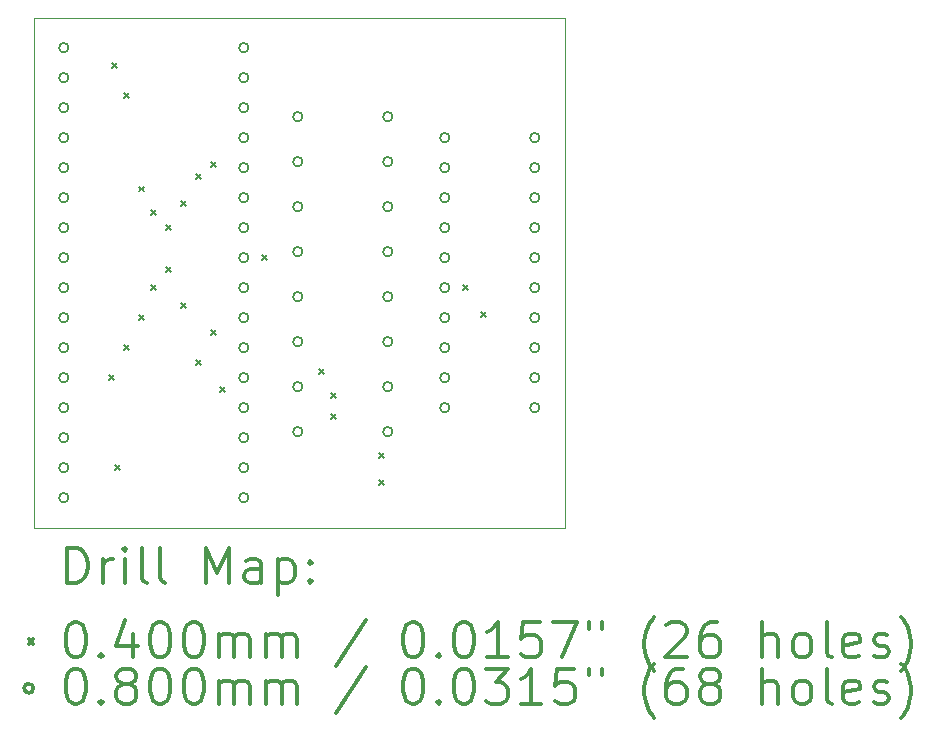
<source format=gbr>
%FSLAX45Y45*%
G04 Gerber Fmt 4.5, Leading zero omitted, Abs format (unit mm)*
G04 Created by KiCad (PCBNEW 5.1.12-84ad8e8a86~92~ubuntu20.04.1) date 2022-09-18 19:08:10*
%MOMM*%
%LPD*%
G01*
G04 APERTURE LIST*
%TA.AperFunction,Profile*%
%ADD10C,0.050000*%
%TD*%
%ADD11C,0.200000*%
%ADD12C,0.300000*%
G04 APERTURE END LIST*
D10*
X11379200Y-11607800D02*
X11379200Y-7289800D01*
X15875000Y-11607800D02*
X11379200Y-11607800D01*
X15875000Y-7289800D02*
X15875000Y-11607800D01*
X11379200Y-7289800D02*
X15875000Y-7289800D01*
D11*
X12019600Y-10317800D02*
X12059600Y-10357800D01*
X12059600Y-10317800D02*
X12019600Y-10357800D01*
X12045000Y-7676200D02*
X12085000Y-7716200D01*
X12085000Y-7676200D02*
X12045000Y-7716200D01*
X12070400Y-11079800D02*
X12110400Y-11119800D01*
X12110400Y-11079800D02*
X12070400Y-11119800D01*
X12146600Y-7930200D02*
X12186600Y-7970200D01*
X12186600Y-7930200D02*
X12146600Y-7970200D01*
X12146600Y-10063800D02*
X12186600Y-10103800D01*
X12186600Y-10063800D02*
X12146600Y-10103800D01*
X12273600Y-8721300D02*
X12313600Y-8761300D01*
X12313600Y-8721300D02*
X12273600Y-8761300D01*
X12273600Y-9809800D02*
X12313600Y-9849800D01*
X12313600Y-9809800D02*
X12273600Y-9849800D01*
X12375200Y-8920800D02*
X12415200Y-8960800D01*
X12415200Y-8920800D02*
X12375200Y-8960800D01*
X12375200Y-9555800D02*
X12415200Y-9595800D01*
X12415200Y-9555800D02*
X12375200Y-9595800D01*
X12502200Y-9047800D02*
X12542200Y-9087800D01*
X12542200Y-9047800D02*
X12502200Y-9087800D01*
X12502200Y-9403400D02*
X12542200Y-9443400D01*
X12542200Y-9403400D02*
X12502200Y-9443400D01*
X12629200Y-8844600D02*
X12669200Y-8884600D01*
X12669200Y-8844600D02*
X12629200Y-8884600D01*
X12629200Y-9708200D02*
X12669200Y-9748200D01*
X12669200Y-9708200D02*
X12629200Y-9748200D01*
X12756200Y-8616000D02*
X12796200Y-8656000D01*
X12796200Y-8616000D02*
X12756200Y-8656000D01*
X12756200Y-10190800D02*
X12796200Y-10230800D01*
X12796200Y-10190800D02*
X12756200Y-10230800D01*
X12883200Y-8514400D02*
X12923200Y-8554400D01*
X12923200Y-8514400D02*
X12883200Y-8554400D01*
X12883200Y-9936800D02*
X12923200Y-9976800D01*
X12923200Y-9936800D02*
X12883200Y-9976800D01*
X12959400Y-10419400D02*
X12999400Y-10459400D01*
X12999400Y-10419400D02*
X12959400Y-10459400D01*
X13315000Y-9301800D02*
X13355000Y-9341800D01*
X13355000Y-9301800D02*
X13315000Y-9341800D01*
X13797600Y-10267000D02*
X13837600Y-10307000D01*
X13837600Y-10267000D02*
X13797600Y-10307000D01*
X13899200Y-10470200D02*
X13939200Y-10510200D01*
X13939200Y-10470200D02*
X13899200Y-10510200D01*
X13899200Y-10648000D02*
X13939200Y-10688000D01*
X13939200Y-10648000D02*
X13899200Y-10688000D01*
X14305600Y-10978200D02*
X14345600Y-11018200D01*
X14345600Y-10978200D02*
X14305600Y-11018200D01*
X14305600Y-11206800D02*
X14345600Y-11246800D01*
X14345600Y-11206800D02*
X14305600Y-11246800D01*
X15016800Y-9555800D02*
X15056800Y-9595800D01*
X15056800Y-9555800D02*
X15016800Y-9595800D01*
X15169200Y-9784400D02*
X15209200Y-9824400D01*
X15209200Y-9784400D02*
X15169200Y-9824400D01*
X11673200Y-7543800D02*
G75*
G03*
X11673200Y-7543800I-40000J0D01*
G01*
X11673200Y-7797800D02*
G75*
G03*
X11673200Y-7797800I-40000J0D01*
G01*
X11673200Y-8051800D02*
G75*
G03*
X11673200Y-8051800I-40000J0D01*
G01*
X11673200Y-8305800D02*
G75*
G03*
X11673200Y-8305800I-40000J0D01*
G01*
X11673200Y-8559800D02*
G75*
G03*
X11673200Y-8559800I-40000J0D01*
G01*
X11673200Y-8813800D02*
G75*
G03*
X11673200Y-8813800I-40000J0D01*
G01*
X11673200Y-9067800D02*
G75*
G03*
X11673200Y-9067800I-40000J0D01*
G01*
X11673200Y-9321800D02*
G75*
G03*
X11673200Y-9321800I-40000J0D01*
G01*
X11673200Y-9575800D02*
G75*
G03*
X11673200Y-9575800I-40000J0D01*
G01*
X11673200Y-9829800D02*
G75*
G03*
X11673200Y-9829800I-40000J0D01*
G01*
X11673200Y-10083800D02*
G75*
G03*
X11673200Y-10083800I-40000J0D01*
G01*
X11673200Y-10337800D02*
G75*
G03*
X11673200Y-10337800I-40000J0D01*
G01*
X11673200Y-10591800D02*
G75*
G03*
X11673200Y-10591800I-40000J0D01*
G01*
X11673200Y-10845800D02*
G75*
G03*
X11673200Y-10845800I-40000J0D01*
G01*
X11673200Y-11099800D02*
G75*
G03*
X11673200Y-11099800I-40000J0D01*
G01*
X11673200Y-11353800D02*
G75*
G03*
X11673200Y-11353800I-40000J0D01*
G01*
X13197200Y-7543800D02*
G75*
G03*
X13197200Y-7543800I-40000J0D01*
G01*
X13197200Y-7797800D02*
G75*
G03*
X13197200Y-7797800I-40000J0D01*
G01*
X13197200Y-8051800D02*
G75*
G03*
X13197200Y-8051800I-40000J0D01*
G01*
X13197200Y-8305800D02*
G75*
G03*
X13197200Y-8305800I-40000J0D01*
G01*
X13197200Y-8559800D02*
G75*
G03*
X13197200Y-8559800I-40000J0D01*
G01*
X13197200Y-8813800D02*
G75*
G03*
X13197200Y-8813800I-40000J0D01*
G01*
X13197200Y-9067800D02*
G75*
G03*
X13197200Y-9067800I-40000J0D01*
G01*
X13197200Y-9321800D02*
G75*
G03*
X13197200Y-9321800I-40000J0D01*
G01*
X13197200Y-9575800D02*
G75*
G03*
X13197200Y-9575800I-40000J0D01*
G01*
X13197200Y-9829800D02*
G75*
G03*
X13197200Y-9829800I-40000J0D01*
G01*
X13197200Y-10083800D02*
G75*
G03*
X13197200Y-10083800I-40000J0D01*
G01*
X13197200Y-10337800D02*
G75*
G03*
X13197200Y-10337800I-40000J0D01*
G01*
X13197200Y-10591800D02*
G75*
G03*
X13197200Y-10591800I-40000J0D01*
G01*
X13197200Y-10845800D02*
G75*
G03*
X13197200Y-10845800I-40000J0D01*
G01*
X13197200Y-11099800D02*
G75*
G03*
X13197200Y-11099800I-40000J0D01*
G01*
X13197200Y-11353800D02*
G75*
G03*
X13197200Y-11353800I-40000J0D01*
G01*
X13654400Y-8128000D02*
G75*
G03*
X13654400Y-8128000I-40000J0D01*
G01*
X13654400Y-8509000D02*
G75*
G03*
X13654400Y-8509000I-40000J0D01*
G01*
X13654400Y-8890000D02*
G75*
G03*
X13654400Y-8890000I-40000J0D01*
G01*
X13654400Y-9271000D02*
G75*
G03*
X13654400Y-9271000I-40000J0D01*
G01*
X13654400Y-9652000D02*
G75*
G03*
X13654400Y-9652000I-40000J0D01*
G01*
X13654400Y-10033000D02*
G75*
G03*
X13654400Y-10033000I-40000J0D01*
G01*
X13654400Y-10414000D02*
G75*
G03*
X13654400Y-10414000I-40000J0D01*
G01*
X13654400Y-10795000D02*
G75*
G03*
X13654400Y-10795000I-40000J0D01*
G01*
X14416400Y-8128000D02*
G75*
G03*
X14416400Y-8128000I-40000J0D01*
G01*
X14416400Y-8509000D02*
G75*
G03*
X14416400Y-8509000I-40000J0D01*
G01*
X14416400Y-8890000D02*
G75*
G03*
X14416400Y-8890000I-40000J0D01*
G01*
X14416400Y-9271000D02*
G75*
G03*
X14416400Y-9271000I-40000J0D01*
G01*
X14416400Y-9652000D02*
G75*
G03*
X14416400Y-9652000I-40000J0D01*
G01*
X14416400Y-10033000D02*
G75*
G03*
X14416400Y-10033000I-40000J0D01*
G01*
X14416400Y-10414000D02*
G75*
G03*
X14416400Y-10414000I-40000J0D01*
G01*
X14416400Y-10795000D02*
G75*
G03*
X14416400Y-10795000I-40000J0D01*
G01*
X14899000Y-8305800D02*
G75*
G03*
X14899000Y-8305800I-40000J0D01*
G01*
X14899000Y-8559800D02*
G75*
G03*
X14899000Y-8559800I-40000J0D01*
G01*
X14899000Y-8813800D02*
G75*
G03*
X14899000Y-8813800I-40000J0D01*
G01*
X14899000Y-9067800D02*
G75*
G03*
X14899000Y-9067800I-40000J0D01*
G01*
X14899000Y-9321800D02*
G75*
G03*
X14899000Y-9321800I-40000J0D01*
G01*
X14899000Y-9575800D02*
G75*
G03*
X14899000Y-9575800I-40000J0D01*
G01*
X14899000Y-9829800D02*
G75*
G03*
X14899000Y-9829800I-40000J0D01*
G01*
X14899000Y-10083800D02*
G75*
G03*
X14899000Y-10083800I-40000J0D01*
G01*
X14899000Y-10337800D02*
G75*
G03*
X14899000Y-10337800I-40000J0D01*
G01*
X14899000Y-10591800D02*
G75*
G03*
X14899000Y-10591800I-40000J0D01*
G01*
X15661000Y-8305800D02*
G75*
G03*
X15661000Y-8305800I-40000J0D01*
G01*
X15661000Y-8559800D02*
G75*
G03*
X15661000Y-8559800I-40000J0D01*
G01*
X15661000Y-8813800D02*
G75*
G03*
X15661000Y-8813800I-40000J0D01*
G01*
X15661000Y-9067800D02*
G75*
G03*
X15661000Y-9067800I-40000J0D01*
G01*
X15661000Y-9321800D02*
G75*
G03*
X15661000Y-9321800I-40000J0D01*
G01*
X15661000Y-9575800D02*
G75*
G03*
X15661000Y-9575800I-40000J0D01*
G01*
X15661000Y-9829800D02*
G75*
G03*
X15661000Y-9829800I-40000J0D01*
G01*
X15661000Y-10083800D02*
G75*
G03*
X15661000Y-10083800I-40000J0D01*
G01*
X15661000Y-10337800D02*
G75*
G03*
X15661000Y-10337800I-40000J0D01*
G01*
X15661000Y-10591800D02*
G75*
G03*
X15661000Y-10591800I-40000J0D01*
G01*
D12*
X11663128Y-12076014D02*
X11663128Y-11776014D01*
X11734557Y-11776014D01*
X11777414Y-11790300D01*
X11805986Y-11818871D01*
X11820271Y-11847443D01*
X11834557Y-11904586D01*
X11834557Y-11947443D01*
X11820271Y-12004586D01*
X11805986Y-12033157D01*
X11777414Y-12061729D01*
X11734557Y-12076014D01*
X11663128Y-12076014D01*
X11963128Y-12076014D02*
X11963128Y-11876014D01*
X11963128Y-11933157D02*
X11977414Y-11904586D01*
X11991700Y-11890300D01*
X12020271Y-11876014D01*
X12048843Y-11876014D01*
X12148843Y-12076014D02*
X12148843Y-11876014D01*
X12148843Y-11776014D02*
X12134557Y-11790300D01*
X12148843Y-11804586D01*
X12163128Y-11790300D01*
X12148843Y-11776014D01*
X12148843Y-11804586D01*
X12334557Y-12076014D02*
X12305986Y-12061729D01*
X12291700Y-12033157D01*
X12291700Y-11776014D01*
X12491700Y-12076014D02*
X12463128Y-12061729D01*
X12448843Y-12033157D01*
X12448843Y-11776014D01*
X12834557Y-12076014D02*
X12834557Y-11776014D01*
X12934557Y-11990300D01*
X13034557Y-11776014D01*
X13034557Y-12076014D01*
X13305986Y-12076014D02*
X13305986Y-11918871D01*
X13291700Y-11890300D01*
X13263128Y-11876014D01*
X13205986Y-11876014D01*
X13177414Y-11890300D01*
X13305986Y-12061729D02*
X13277414Y-12076014D01*
X13205986Y-12076014D01*
X13177414Y-12061729D01*
X13163128Y-12033157D01*
X13163128Y-12004586D01*
X13177414Y-11976014D01*
X13205986Y-11961729D01*
X13277414Y-11961729D01*
X13305986Y-11947443D01*
X13448843Y-11876014D02*
X13448843Y-12176014D01*
X13448843Y-11890300D02*
X13477414Y-11876014D01*
X13534557Y-11876014D01*
X13563128Y-11890300D01*
X13577414Y-11904586D01*
X13591700Y-11933157D01*
X13591700Y-12018871D01*
X13577414Y-12047443D01*
X13563128Y-12061729D01*
X13534557Y-12076014D01*
X13477414Y-12076014D01*
X13448843Y-12061729D01*
X13720271Y-12047443D02*
X13734557Y-12061729D01*
X13720271Y-12076014D01*
X13705986Y-12061729D01*
X13720271Y-12047443D01*
X13720271Y-12076014D01*
X13720271Y-11890300D02*
X13734557Y-11904586D01*
X13720271Y-11918871D01*
X13705986Y-11904586D01*
X13720271Y-11890300D01*
X13720271Y-11918871D01*
X11336700Y-12550300D02*
X11376700Y-12590300D01*
X11376700Y-12550300D02*
X11336700Y-12590300D01*
X11720271Y-12406014D02*
X11748843Y-12406014D01*
X11777414Y-12420300D01*
X11791700Y-12434586D01*
X11805986Y-12463157D01*
X11820271Y-12520300D01*
X11820271Y-12591729D01*
X11805986Y-12648871D01*
X11791700Y-12677443D01*
X11777414Y-12691729D01*
X11748843Y-12706014D01*
X11720271Y-12706014D01*
X11691700Y-12691729D01*
X11677414Y-12677443D01*
X11663128Y-12648871D01*
X11648843Y-12591729D01*
X11648843Y-12520300D01*
X11663128Y-12463157D01*
X11677414Y-12434586D01*
X11691700Y-12420300D01*
X11720271Y-12406014D01*
X11948843Y-12677443D02*
X11963128Y-12691729D01*
X11948843Y-12706014D01*
X11934557Y-12691729D01*
X11948843Y-12677443D01*
X11948843Y-12706014D01*
X12220271Y-12506014D02*
X12220271Y-12706014D01*
X12148843Y-12391729D02*
X12077414Y-12606014D01*
X12263128Y-12606014D01*
X12434557Y-12406014D02*
X12463128Y-12406014D01*
X12491700Y-12420300D01*
X12505986Y-12434586D01*
X12520271Y-12463157D01*
X12534557Y-12520300D01*
X12534557Y-12591729D01*
X12520271Y-12648871D01*
X12505986Y-12677443D01*
X12491700Y-12691729D01*
X12463128Y-12706014D01*
X12434557Y-12706014D01*
X12405986Y-12691729D01*
X12391700Y-12677443D01*
X12377414Y-12648871D01*
X12363128Y-12591729D01*
X12363128Y-12520300D01*
X12377414Y-12463157D01*
X12391700Y-12434586D01*
X12405986Y-12420300D01*
X12434557Y-12406014D01*
X12720271Y-12406014D02*
X12748843Y-12406014D01*
X12777414Y-12420300D01*
X12791700Y-12434586D01*
X12805986Y-12463157D01*
X12820271Y-12520300D01*
X12820271Y-12591729D01*
X12805986Y-12648871D01*
X12791700Y-12677443D01*
X12777414Y-12691729D01*
X12748843Y-12706014D01*
X12720271Y-12706014D01*
X12691700Y-12691729D01*
X12677414Y-12677443D01*
X12663128Y-12648871D01*
X12648843Y-12591729D01*
X12648843Y-12520300D01*
X12663128Y-12463157D01*
X12677414Y-12434586D01*
X12691700Y-12420300D01*
X12720271Y-12406014D01*
X12948843Y-12706014D02*
X12948843Y-12506014D01*
X12948843Y-12534586D02*
X12963128Y-12520300D01*
X12991700Y-12506014D01*
X13034557Y-12506014D01*
X13063128Y-12520300D01*
X13077414Y-12548871D01*
X13077414Y-12706014D01*
X13077414Y-12548871D02*
X13091700Y-12520300D01*
X13120271Y-12506014D01*
X13163128Y-12506014D01*
X13191700Y-12520300D01*
X13205986Y-12548871D01*
X13205986Y-12706014D01*
X13348843Y-12706014D02*
X13348843Y-12506014D01*
X13348843Y-12534586D02*
X13363128Y-12520300D01*
X13391700Y-12506014D01*
X13434557Y-12506014D01*
X13463128Y-12520300D01*
X13477414Y-12548871D01*
X13477414Y-12706014D01*
X13477414Y-12548871D02*
X13491700Y-12520300D01*
X13520271Y-12506014D01*
X13563128Y-12506014D01*
X13591700Y-12520300D01*
X13605986Y-12548871D01*
X13605986Y-12706014D01*
X14191700Y-12391729D02*
X13934557Y-12777443D01*
X14577414Y-12406014D02*
X14605986Y-12406014D01*
X14634557Y-12420300D01*
X14648843Y-12434586D01*
X14663128Y-12463157D01*
X14677414Y-12520300D01*
X14677414Y-12591729D01*
X14663128Y-12648871D01*
X14648843Y-12677443D01*
X14634557Y-12691729D01*
X14605986Y-12706014D01*
X14577414Y-12706014D01*
X14548843Y-12691729D01*
X14534557Y-12677443D01*
X14520271Y-12648871D01*
X14505986Y-12591729D01*
X14505986Y-12520300D01*
X14520271Y-12463157D01*
X14534557Y-12434586D01*
X14548843Y-12420300D01*
X14577414Y-12406014D01*
X14805986Y-12677443D02*
X14820271Y-12691729D01*
X14805986Y-12706014D01*
X14791700Y-12691729D01*
X14805986Y-12677443D01*
X14805986Y-12706014D01*
X15005986Y-12406014D02*
X15034557Y-12406014D01*
X15063128Y-12420300D01*
X15077414Y-12434586D01*
X15091700Y-12463157D01*
X15105986Y-12520300D01*
X15105986Y-12591729D01*
X15091700Y-12648871D01*
X15077414Y-12677443D01*
X15063128Y-12691729D01*
X15034557Y-12706014D01*
X15005986Y-12706014D01*
X14977414Y-12691729D01*
X14963128Y-12677443D01*
X14948843Y-12648871D01*
X14934557Y-12591729D01*
X14934557Y-12520300D01*
X14948843Y-12463157D01*
X14963128Y-12434586D01*
X14977414Y-12420300D01*
X15005986Y-12406014D01*
X15391700Y-12706014D02*
X15220271Y-12706014D01*
X15305986Y-12706014D02*
X15305986Y-12406014D01*
X15277414Y-12448871D01*
X15248843Y-12477443D01*
X15220271Y-12491729D01*
X15663128Y-12406014D02*
X15520271Y-12406014D01*
X15505986Y-12548871D01*
X15520271Y-12534586D01*
X15548843Y-12520300D01*
X15620271Y-12520300D01*
X15648843Y-12534586D01*
X15663128Y-12548871D01*
X15677414Y-12577443D01*
X15677414Y-12648871D01*
X15663128Y-12677443D01*
X15648843Y-12691729D01*
X15620271Y-12706014D01*
X15548843Y-12706014D01*
X15520271Y-12691729D01*
X15505986Y-12677443D01*
X15777414Y-12406014D02*
X15977414Y-12406014D01*
X15848843Y-12706014D01*
X16077414Y-12406014D02*
X16077414Y-12463157D01*
X16191700Y-12406014D02*
X16191700Y-12463157D01*
X16634557Y-12820300D02*
X16620271Y-12806014D01*
X16591700Y-12763157D01*
X16577414Y-12734586D01*
X16563128Y-12691729D01*
X16548843Y-12620300D01*
X16548843Y-12563157D01*
X16563128Y-12491729D01*
X16577414Y-12448871D01*
X16591700Y-12420300D01*
X16620271Y-12377443D01*
X16634557Y-12363157D01*
X16734557Y-12434586D02*
X16748843Y-12420300D01*
X16777414Y-12406014D01*
X16848843Y-12406014D01*
X16877414Y-12420300D01*
X16891700Y-12434586D01*
X16905986Y-12463157D01*
X16905986Y-12491729D01*
X16891700Y-12534586D01*
X16720271Y-12706014D01*
X16905986Y-12706014D01*
X17163128Y-12406014D02*
X17105986Y-12406014D01*
X17077414Y-12420300D01*
X17063128Y-12434586D01*
X17034557Y-12477443D01*
X17020271Y-12534586D01*
X17020271Y-12648871D01*
X17034557Y-12677443D01*
X17048843Y-12691729D01*
X17077414Y-12706014D01*
X17134557Y-12706014D01*
X17163128Y-12691729D01*
X17177414Y-12677443D01*
X17191700Y-12648871D01*
X17191700Y-12577443D01*
X17177414Y-12548871D01*
X17163128Y-12534586D01*
X17134557Y-12520300D01*
X17077414Y-12520300D01*
X17048843Y-12534586D01*
X17034557Y-12548871D01*
X17020271Y-12577443D01*
X17548843Y-12706014D02*
X17548843Y-12406014D01*
X17677414Y-12706014D02*
X17677414Y-12548871D01*
X17663128Y-12520300D01*
X17634557Y-12506014D01*
X17591700Y-12506014D01*
X17563128Y-12520300D01*
X17548843Y-12534586D01*
X17863128Y-12706014D02*
X17834557Y-12691729D01*
X17820271Y-12677443D01*
X17805986Y-12648871D01*
X17805986Y-12563157D01*
X17820271Y-12534586D01*
X17834557Y-12520300D01*
X17863128Y-12506014D01*
X17905986Y-12506014D01*
X17934557Y-12520300D01*
X17948843Y-12534586D01*
X17963128Y-12563157D01*
X17963128Y-12648871D01*
X17948843Y-12677443D01*
X17934557Y-12691729D01*
X17905986Y-12706014D01*
X17863128Y-12706014D01*
X18134557Y-12706014D02*
X18105986Y-12691729D01*
X18091700Y-12663157D01*
X18091700Y-12406014D01*
X18363128Y-12691729D02*
X18334557Y-12706014D01*
X18277414Y-12706014D01*
X18248843Y-12691729D01*
X18234557Y-12663157D01*
X18234557Y-12548871D01*
X18248843Y-12520300D01*
X18277414Y-12506014D01*
X18334557Y-12506014D01*
X18363128Y-12520300D01*
X18377414Y-12548871D01*
X18377414Y-12577443D01*
X18234557Y-12606014D01*
X18491700Y-12691729D02*
X18520271Y-12706014D01*
X18577414Y-12706014D01*
X18605986Y-12691729D01*
X18620271Y-12663157D01*
X18620271Y-12648871D01*
X18605986Y-12620300D01*
X18577414Y-12606014D01*
X18534557Y-12606014D01*
X18505986Y-12591729D01*
X18491700Y-12563157D01*
X18491700Y-12548871D01*
X18505986Y-12520300D01*
X18534557Y-12506014D01*
X18577414Y-12506014D01*
X18605986Y-12520300D01*
X18720271Y-12820300D02*
X18734557Y-12806014D01*
X18763128Y-12763157D01*
X18777414Y-12734586D01*
X18791700Y-12691729D01*
X18805986Y-12620300D01*
X18805986Y-12563157D01*
X18791700Y-12491729D01*
X18777414Y-12448871D01*
X18763128Y-12420300D01*
X18734557Y-12377443D01*
X18720271Y-12363157D01*
X11376700Y-12966300D02*
G75*
G03*
X11376700Y-12966300I-40000J0D01*
G01*
X11720271Y-12802014D02*
X11748843Y-12802014D01*
X11777414Y-12816300D01*
X11791700Y-12830586D01*
X11805986Y-12859157D01*
X11820271Y-12916300D01*
X11820271Y-12987729D01*
X11805986Y-13044871D01*
X11791700Y-13073443D01*
X11777414Y-13087729D01*
X11748843Y-13102014D01*
X11720271Y-13102014D01*
X11691700Y-13087729D01*
X11677414Y-13073443D01*
X11663128Y-13044871D01*
X11648843Y-12987729D01*
X11648843Y-12916300D01*
X11663128Y-12859157D01*
X11677414Y-12830586D01*
X11691700Y-12816300D01*
X11720271Y-12802014D01*
X11948843Y-13073443D02*
X11963128Y-13087729D01*
X11948843Y-13102014D01*
X11934557Y-13087729D01*
X11948843Y-13073443D01*
X11948843Y-13102014D01*
X12134557Y-12930586D02*
X12105986Y-12916300D01*
X12091700Y-12902014D01*
X12077414Y-12873443D01*
X12077414Y-12859157D01*
X12091700Y-12830586D01*
X12105986Y-12816300D01*
X12134557Y-12802014D01*
X12191700Y-12802014D01*
X12220271Y-12816300D01*
X12234557Y-12830586D01*
X12248843Y-12859157D01*
X12248843Y-12873443D01*
X12234557Y-12902014D01*
X12220271Y-12916300D01*
X12191700Y-12930586D01*
X12134557Y-12930586D01*
X12105986Y-12944871D01*
X12091700Y-12959157D01*
X12077414Y-12987729D01*
X12077414Y-13044871D01*
X12091700Y-13073443D01*
X12105986Y-13087729D01*
X12134557Y-13102014D01*
X12191700Y-13102014D01*
X12220271Y-13087729D01*
X12234557Y-13073443D01*
X12248843Y-13044871D01*
X12248843Y-12987729D01*
X12234557Y-12959157D01*
X12220271Y-12944871D01*
X12191700Y-12930586D01*
X12434557Y-12802014D02*
X12463128Y-12802014D01*
X12491700Y-12816300D01*
X12505986Y-12830586D01*
X12520271Y-12859157D01*
X12534557Y-12916300D01*
X12534557Y-12987729D01*
X12520271Y-13044871D01*
X12505986Y-13073443D01*
X12491700Y-13087729D01*
X12463128Y-13102014D01*
X12434557Y-13102014D01*
X12405986Y-13087729D01*
X12391700Y-13073443D01*
X12377414Y-13044871D01*
X12363128Y-12987729D01*
X12363128Y-12916300D01*
X12377414Y-12859157D01*
X12391700Y-12830586D01*
X12405986Y-12816300D01*
X12434557Y-12802014D01*
X12720271Y-12802014D02*
X12748843Y-12802014D01*
X12777414Y-12816300D01*
X12791700Y-12830586D01*
X12805986Y-12859157D01*
X12820271Y-12916300D01*
X12820271Y-12987729D01*
X12805986Y-13044871D01*
X12791700Y-13073443D01*
X12777414Y-13087729D01*
X12748843Y-13102014D01*
X12720271Y-13102014D01*
X12691700Y-13087729D01*
X12677414Y-13073443D01*
X12663128Y-13044871D01*
X12648843Y-12987729D01*
X12648843Y-12916300D01*
X12663128Y-12859157D01*
X12677414Y-12830586D01*
X12691700Y-12816300D01*
X12720271Y-12802014D01*
X12948843Y-13102014D02*
X12948843Y-12902014D01*
X12948843Y-12930586D02*
X12963128Y-12916300D01*
X12991700Y-12902014D01*
X13034557Y-12902014D01*
X13063128Y-12916300D01*
X13077414Y-12944871D01*
X13077414Y-13102014D01*
X13077414Y-12944871D02*
X13091700Y-12916300D01*
X13120271Y-12902014D01*
X13163128Y-12902014D01*
X13191700Y-12916300D01*
X13205986Y-12944871D01*
X13205986Y-13102014D01*
X13348843Y-13102014D02*
X13348843Y-12902014D01*
X13348843Y-12930586D02*
X13363128Y-12916300D01*
X13391700Y-12902014D01*
X13434557Y-12902014D01*
X13463128Y-12916300D01*
X13477414Y-12944871D01*
X13477414Y-13102014D01*
X13477414Y-12944871D02*
X13491700Y-12916300D01*
X13520271Y-12902014D01*
X13563128Y-12902014D01*
X13591700Y-12916300D01*
X13605986Y-12944871D01*
X13605986Y-13102014D01*
X14191700Y-12787729D02*
X13934557Y-13173443D01*
X14577414Y-12802014D02*
X14605986Y-12802014D01*
X14634557Y-12816300D01*
X14648843Y-12830586D01*
X14663128Y-12859157D01*
X14677414Y-12916300D01*
X14677414Y-12987729D01*
X14663128Y-13044871D01*
X14648843Y-13073443D01*
X14634557Y-13087729D01*
X14605986Y-13102014D01*
X14577414Y-13102014D01*
X14548843Y-13087729D01*
X14534557Y-13073443D01*
X14520271Y-13044871D01*
X14505986Y-12987729D01*
X14505986Y-12916300D01*
X14520271Y-12859157D01*
X14534557Y-12830586D01*
X14548843Y-12816300D01*
X14577414Y-12802014D01*
X14805986Y-13073443D02*
X14820271Y-13087729D01*
X14805986Y-13102014D01*
X14791700Y-13087729D01*
X14805986Y-13073443D01*
X14805986Y-13102014D01*
X15005986Y-12802014D02*
X15034557Y-12802014D01*
X15063128Y-12816300D01*
X15077414Y-12830586D01*
X15091700Y-12859157D01*
X15105986Y-12916300D01*
X15105986Y-12987729D01*
X15091700Y-13044871D01*
X15077414Y-13073443D01*
X15063128Y-13087729D01*
X15034557Y-13102014D01*
X15005986Y-13102014D01*
X14977414Y-13087729D01*
X14963128Y-13073443D01*
X14948843Y-13044871D01*
X14934557Y-12987729D01*
X14934557Y-12916300D01*
X14948843Y-12859157D01*
X14963128Y-12830586D01*
X14977414Y-12816300D01*
X15005986Y-12802014D01*
X15205986Y-12802014D02*
X15391700Y-12802014D01*
X15291700Y-12916300D01*
X15334557Y-12916300D01*
X15363128Y-12930586D01*
X15377414Y-12944871D01*
X15391700Y-12973443D01*
X15391700Y-13044871D01*
X15377414Y-13073443D01*
X15363128Y-13087729D01*
X15334557Y-13102014D01*
X15248843Y-13102014D01*
X15220271Y-13087729D01*
X15205986Y-13073443D01*
X15677414Y-13102014D02*
X15505986Y-13102014D01*
X15591700Y-13102014D02*
X15591700Y-12802014D01*
X15563128Y-12844871D01*
X15534557Y-12873443D01*
X15505986Y-12887729D01*
X15948843Y-12802014D02*
X15805986Y-12802014D01*
X15791700Y-12944871D01*
X15805986Y-12930586D01*
X15834557Y-12916300D01*
X15905986Y-12916300D01*
X15934557Y-12930586D01*
X15948843Y-12944871D01*
X15963128Y-12973443D01*
X15963128Y-13044871D01*
X15948843Y-13073443D01*
X15934557Y-13087729D01*
X15905986Y-13102014D01*
X15834557Y-13102014D01*
X15805986Y-13087729D01*
X15791700Y-13073443D01*
X16077414Y-12802014D02*
X16077414Y-12859157D01*
X16191700Y-12802014D02*
X16191700Y-12859157D01*
X16634557Y-13216300D02*
X16620271Y-13202014D01*
X16591700Y-13159157D01*
X16577414Y-13130586D01*
X16563128Y-13087729D01*
X16548843Y-13016300D01*
X16548843Y-12959157D01*
X16563128Y-12887729D01*
X16577414Y-12844871D01*
X16591700Y-12816300D01*
X16620271Y-12773443D01*
X16634557Y-12759157D01*
X16877414Y-12802014D02*
X16820271Y-12802014D01*
X16791700Y-12816300D01*
X16777414Y-12830586D01*
X16748843Y-12873443D01*
X16734557Y-12930586D01*
X16734557Y-13044871D01*
X16748843Y-13073443D01*
X16763128Y-13087729D01*
X16791700Y-13102014D01*
X16848843Y-13102014D01*
X16877414Y-13087729D01*
X16891700Y-13073443D01*
X16905986Y-13044871D01*
X16905986Y-12973443D01*
X16891700Y-12944871D01*
X16877414Y-12930586D01*
X16848843Y-12916300D01*
X16791700Y-12916300D01*
X16763128Y-12930586D01*
X16748843Y-12944871D01*
X16734557Y-12973443D01*
X17077414Y-12930586D02*
X17048843Y-12916300D01*
X17034557Y-12902014D01*
X17020271Y-12873443D01*
X17020271Y-12859157D01*
X17034557Y-12830586D01*
X17048843Y-12816300D01*
X17077414Y-12802014D01*
X17134557Y-12802014D01*
X17163128Y-12816300D01*
X17177414Y-12830586D01*
X17191700Y-12859157D01*
X17191700Y-12873443D01*
X17177414Y-12902014D01*
X17163128Y-12916300D01*
X17134557Y-12930586D01*
X17077414Y-12930586D01*
X17048843Y-12944871D01*
X17034557Y-12959157D01*
X17020271Y-12987729D01*
X17020271Y-13044871D01*
X17034557Y-13073443D01*
X17048843Y-13087729D01*
X17077414Y-13102014D01*
X17134557Y-13102014D01*
X17163128Y-13087729D01*
X17177414Y-13073443D01*
X17191700Y-13044871D01*
X17191700Y-12987729D01*
X17177414Y-12959157D01*
X17163128Y-12944871D01*
X17134557Y-12930586D01*
X17548843Y-13102014D02*
X17548843Y-12802014D01*
X17677414Y-13102014D02*
X17677414Y-12944871D01*
X17663128Y-12916300D01*
X17634557Y-12902014D01*
X17591700Y-12902014D01*
X17563128Y-12916300D01*
X17548843Y-12930586D01*
X17863128Y-13102014D02*
X17834557Y-13087729D01*
X17820271Y-13073443D01*
X17805986Y-13044871D01*
X17805986Y-12959157D01*
X17820271Y-12930586D01*
X17834557Y-12916300D01*
X17863128Y-12902014D01*
X17905986Y-12902014D01*
X17934557Y-12916300D01*
X17948843Y-12930586D01*
X17963128Y-12959157D01*
X17963128Y-13044871D01*
X17948843Y-13073443D01*
X17934557Y-13087729D01*
X17905986Y-13102014D01*
X17863128Y-13102014D01*
X18134557Y-13102014D02*
X18105986Y-13087729D01*
X18091700Y-13059157D01*
X18091700Y-12802014D01*
X18363128Y-13087729D02*
X18334557Y-13102014D01*
X18277414Y-13102014D01*
X18248843Y-13087729D01*
X18234557Y-13059157D01*
X18234557Y-12944871D01*
X18248843Y-12916300D01*
X18277414Y-12902014D01*
X18334557Y-12902014D01*
X18363128Y-12916300D01*
X18377414Y-12944871D01*
X18377414Y-12973443D01*
X18234557Y-13002014D01*
X18491700Y-13087729D02*
X18520271Y-13102014D01*
X18577414Y-13102014D01*
X18605986Y-13087729D01*
X18620271Y-13059157D01*
X18620271Y-13044871D01*
X18605986Y-13016300D01*
X18577414Y-13002014D01*
X18534557Y-13002014D01*
X18505986Y-12987729D01*
X18491700Y-12959157D01*
X18491700Y-12944871D01*
X18505986Y-12916300D01*
X18534557Y-12902014D01*
X18577414Y-12902014D01*
X18605986Y-12916300D01*
X18720271Y-13216300D02*
X18734557Y-13202014D01*
X18763128Y-13159157D01*
X18777414Y-13130586D01*
X18791700Y-13087729D01*
X18805986Y-13016300D01*
X18805986Y-12959157D01*
X18791700Y-12887729D01*
X18777414Y-12844871D01*
X18763128Y-12816300D01*
X18734557Y-12773443D01*
X18720271Y-12759157D01*
M02*

</source>
